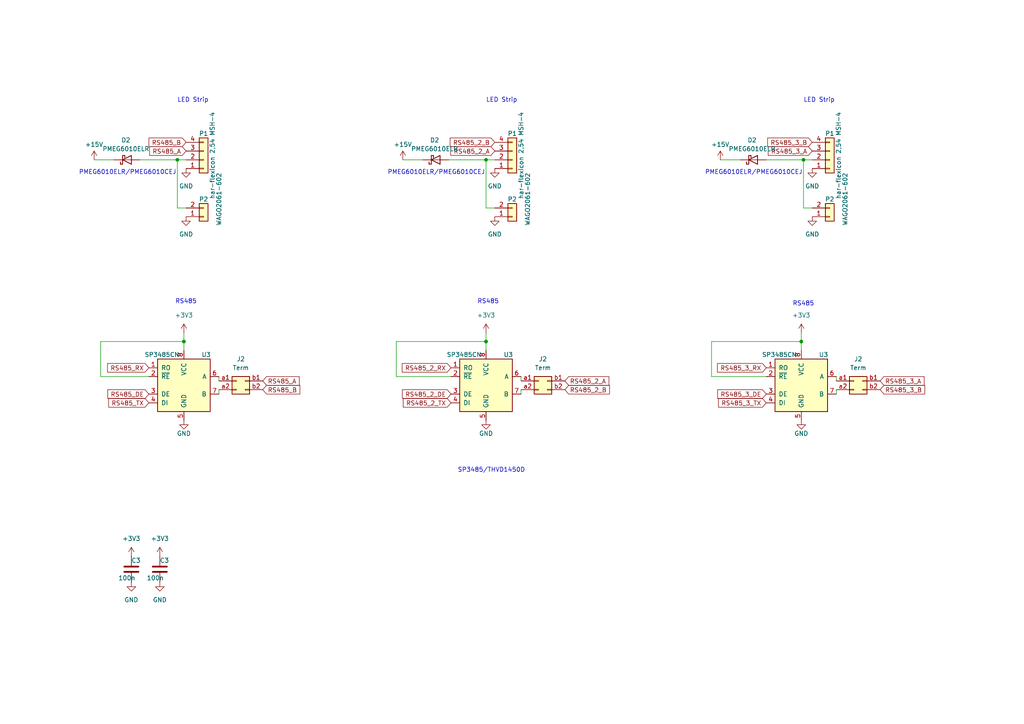
<source format=kicad_sch>
(kicad_sch (version 20230121) (generator eeschema)
  (paper "A4")
  (lib_symbols
    (symbol "Connector_Generic:Conn_01x02" (pin_names (offset 1.016) hide)
      (property "Reference" "J" (at 0 2.54 0))
      (property "Value" "Conn_01x02" (at 0 -5.08 0))
      (symbol "Conn_01x02_1_1"
        (rectangle (start -1.27 -2.413) (end 0 -2.667) (stroke (width 0.1524)))
        (rectangle (start -1.27 0.127) (end 0 -0.127) (stroke (width 0.1524)))
        (rectangle (start -1.27 1.27) (end 1.27 -3.81) (stroke (width 0.254)) (fill (type background)))
        (pin passive line (at -5.08 0 0) (length 3.81) (name "Pin_1") (number "1"))
        (pin passive line (at -5.08 -2.54 0) (length 3.81) (name "Pin_2") (number "2"))
      )
    )
    (symbol "Connector_Generic:Conn_01x04" (pin_names (offset 1.016) hide)
      (property "Reference" "J" (at 0 5.08 0))
      (property "Value" "Conn_01x04" (at 0 -7.62 0))
      (symbol "Conn_01x04_1_1"
        (rectangle (start -1.27 -4.953) (end 0 -5.207) (stroke (width 0.1524)))
        (rectangle (start -1.27 -2.413) (end 0 -2.667) (stroke (width 0.1524)))
        (rectangle (start -1.27 0.127) (end 0 -0.127) (stroke (width 0.1524)))
        (rectangle (start -1.27 2.667) (end 0 2.413) (stroke (width 0.1524)))
        (rectangle (start -1.27 3.81) (end 1.27 -6.35) (stroke (width 0.254)) (fill (type background)))
        (pin passive line (at -5.08 2.54 0) (length 3.81) (name "Pin_1") (number "1"))
        (pin passive line (at -5.08 0 0) (length 3.81) (name "Pin_2") (number "2"))
        (pin passive line (at -5.08 -2.54 0) (length 3.81) (name "Pin_3") (number "3"))
        (pin passive line (at -5.08 -5.08 0) (length 3.81) (name "Pin_4") (number "4"))
      )
    )
    (symbol "Connector_Generic:Conn_02x02_Row_Letter_First" (pin_names (offset 1.016) hide)
      (property "Reference" "J" (at 1.27 2.54 0))
      (property "Value" "Conn_02x02_Row_Letter_First" (at 1.27 -5.08 0))
      (symbol "Conn_02x02_Row_Letter_First_1_1"
        (rectangle (start -1.27 -2.413) (end 0 -2.667) (stroke (width 0.1524)))
        (rectangle (start -1.27 0.127) (end 0 -0.127) (stroke (width 0.1524)))
        (rectangle (start -1.27 1.27) (end 3.81 -3.81) (stroke (width 0.254)) (fill (type background)))
        (rectangle (start 3.81 -2.413) (end 2.54 -2.667) (stroke (width 0.1524)))
        (rectangle (start 3.81 0.127) (end 2.54 -0.127) (stroke (width 0.1524)))
        (pin passive line (at -5.08 0 0) (length 3.81) (name "Pin_a1") (number "a1"))
        (pin passive line (at -5.08 -2.54 0) (length 3.81) (name "Pin_a2") (number "a2"))
        (pin passive line (at 7.62 0 180) (length 3.81) (name "Pin_b1") (number "b1"))
        (pin passive line (at 7.62 -2.54 180) (length 3.81) (name "Pin_b2") (number "b2"))
      )
    )
    (symbol "Device:C" (pin_numbers hide) (pin_names (offset 0.254))
      (property "Reference" "C" (at 0.635 2.54 0))
      (property "Value" "C" (at 0.635 -2.54 0))
      (symbol "C_0_1"
        (polyline (pts (xy -2.032 -0.762) (xy 2.032 -0.762)) (stroke (width 0.508)))
        (polyline (pts (xy -2.032 0.762) (xy 2.032 0.762)) (stroke (width 0.508)))
      )
      (symbol "C_1_1"
        (pin passive line (at 0 3.81 270) (length 2.794) (name "~") (number "1"))
        (pin passive line (at 0 -3.81 90) (length 2.794) (name "~") (number "2"))
      )
    )
    (symbol "Device:D_Schottky" (pin_numbers hide) (pin_names (offset 1.016) hide)
      (property "Reference" "D" (at 0 2.54 0))
      (property "Value" "D_Schottky" (at 0 -2.54 0))
      (symbol "D_Schottky_0_1"
        (polyline (pts (xy 1.27 0) (xy -1.27 0)))
        (polyline (pts (xy 1.27 1.27) (xy 1.27 -1.27) (xy -1.27 0) (xy 1.27 1.27)) (stroke (width 0.254)))
        (polyline (pts (xy -1.905 0.635) (xy -1.905 1.27) (xy -1.27 1.27) (xy -1.27 -1.27) (xy -0.635 -1.27) (xy -0.635 -0.635)) (stroke (width 0.254)))
      )
      (symbol "D_Schottky_1_1"
        (pin passive line (at -3.81 0 0) (length 2.54) (name "K") (number "1"))
        (pin passive line (at 3.81 0 180) (length 2.54) (name "A") (number "2"))
      )
    )
    (symbol "Interface_UART:SP3485CN" (pin_names (offset 1.016))
      (property "Reference" "U" (at -7.62 8.89 0))
      (property "Value" "SP3485CN" (at 2.54 8.89 0))
      (symbol "SP3485CN_0_1"
        (rectangle (start -7.62 7.62) (end 7.62 -7.62) (stroke (width 0.254)) (fill (type background)))
      )
      (symbol "SP3485CN_1_1"
        (pin output line (at -10.16 5.08 0) (length 2.54) (name "RO") (number "1"))
        (pin input line (at -10.16 2.54 0) (length 2.54) (name "~{RE}") (number "2"))
        (pin input line (at -10.16 -2.54 0) (length 2.54) (name "DE") (number "3"))
        (pin input line (at -10.16 -5.08 0) (length 2.54) (name "DI") (number "4"))
        (pin power_in line (at 0 -10.16 90) (length 2.54) (name "GND") (number "5"))
        (pin bidirectional line (at 10.16 2.54 180) (length 2.54) (name "A") (number "6"))
        (pin bidirectional line (at 10.16 -2.54 180) (length 2.54) (name "B") (number "7"))
        (pin power_in line (at 0 10.16 270) (length 2.54) (name "VCC") (number "8"))
      )
    )
    (symbol "power:+15V" (power) (pin_names (offset 0))
      (property "Value" "+15V" (at 0 3.556 0))
      (symbol "+15V_0_1"
        (polyline (pts (xy -0.762 1.27) (xy 0 2.54)))
        (polyline (pts (xy 0 0) (xy 0 2.54)))
        (polyline (pts (xy 0 2.54) (xy 0.762 1.27)))
      )
      (symbol "+15V_1_1"
        (pin power_in line (at 0 0 90) (length 0) hide (name "+15V") (number "1"))
      )
    )
    (symbol "power:+3V3" (power) (pin_names (offset 0))
      (property "Value" "+3V3" (at 0 3.556 0))
      (symbol "+3V3_0_1"
        (polyline (pts (xy -0.762 1.27) (xy 0 2.54)))
        (polyline (pts (xy 0 0) (xy 0 2.54)))
        (polyline (pts (xy 0 2.54) (xy 0.762 1.27)))
      )
      (symbol "+3V3_1_1"
        (pin power_in line (at 0 0 90) (length 0) hide (name "+3V3") (number "1"))
      )
    )
    (symbol "power:GND" (power) (pin_names (offset 0))
      (property "Value" "GND" (at 0 -3.81 0))
      (symbol "GND_0_1"
        (polyline (pts (xy 0 0) (xy 0 -1.27) (xy 1.27 -1.27) (xy 0 -2.54) (xy -1.27 -1.27) (xy 0 -1.27)))
      )
      (symbol "GND_1_1"
        (pin power_in line (at 0 0 270) (length 0) hide (name "GND") (number "1"))
      )
    )
  )
  (junction (at 140.97 46.355))
  (junction (at 140.97 99.06))
  (junction (at 233.045 46.355))
  (junction (at 232.41 99.06))
  (junction (at 51.435 46.355))
  (junction (at 53.34 99.06))
  (wire (pts (xy 235.585 60.325) (xy 233.045 60.325)))
  (wire (pts (xy 140.97 46.355) (xy 143.51 46.355)))
  (wire (pts (xy 51.435 60.325) (xy 51.435 46.355)))
  (wire (pts (xy 208.915 46.355) (xy 214.63 46.355)))
  (wire (pts (xy 143.51 60.325) (xy 140.97 60.325)))
  (wire (pts (xy 114.935 99.06) (xy 114.935 109.22)))
  (wire (pts (xy 151.13 113.03) (xy 151.13 114.3)))
  (wire (pts (xy 232.41 99.06) (xy 232.41 101.6)))
  (wire (pts (xy 51.435 46.355) (xy 53.975 46.355)))
  (wire (pts (xy 63.5 109.22) (xy 63.5 110.49)))
  (wire (pts (xy 40.64 46.355) (xy 51.435 46.355)))
  (wire (pts (xy 233.045 60.325) (xy 233.045 46.355)))
  (wire (pts (xy 140.97 96.52) (xy 140.97 99.06)))
  (wire (pts (xy 222.25 46.355) (xy 233.045 46.355)))
  (wire (pts (xy 29.21 99.06) (xy 53.34 99.06)))
  (wire (pts (xy 206.375 99.06) (xy 206.375 109.22)))
  (wire (pts (xy 233.045 46.355) (xy 235.585 46.355)))
  (wire (pts (xy 232.41 99.06) (xy 206.375 99.06)))
  (wire (pts (xy 53.975 60.325) (xy 51.435 60.325)))
  (wire (pts (xy 116.84 46.355) (xy 122.555 46.355)))
  (wire (pts (xy 43.18 109.22) (xy 29.21 109.22)))
  (wire (pts (xy 140.97 99.06) (xy 140.97 101.6)))
  (wire (pts (xy 130.175 46.355) (xy 140.97 46.355)))
  (wire (pts (xy 232.41 96.52) (xy 232.41 99.06)))
  (wire (pts (xy 63.5 114.3) (xy 63.5 113.03)))
  (wire (pts (xy 151.13 109.22) (xy 151.13 110.49)))
  (wire (pts (xy 53.34 99.06) (xy 53.34 101.6)))
  (wire (pts (xy 206.375 109.22) (xy 222.25 109.22)))
  (wire (pts (xy 29.21 99.06) (xy 29.21 109.22)))
  (wire (pts (xy 114.935 109.22) (xy 130.81 109.22)))
  (wire (pts (xy 242.57 113.03) (xy 242.57 114.3)))
  (wire (pts (xy 53.34 96.52) (xy 53.34 99.06)))
  (wire (pts (xy 27.305 46.355) (xy 33.02 46.355)))
  (wire (pts (xy 242.57 109.22) (xy 242.57 110.49)))
  (wire (pts (xy 140.97 60.325) (xy 140.97 46.355)))
  (wire (pts (xy 140.97 99.06) (xy 114.935 99.06)))
  (text "LED Strip" (at 233.045 29.845 0) (effects (font (size 1.27 1.27)) (justify left bottom)))
  (text "PMEG6010ELR/PMEG6010CEJ " (at 112.395 50.8 0) (effects (font (size 1.27 1.27)) (justify left bottom)))
  (text "LED Strip" (at 51.435 29.845 0) (effects (font (size 1.27 1.27)) (justify left bottom)))
  (text "SP3485/THVD1450D" (at 132.715 137.16 0) (effects (font (size 1.27 1.27)) (justify left bottom)))
  (text "LED Strip" (at 140.97 29.845 0) (effects (font (size 1.27 1.27)) (justify left bottom)))
  (text "PMEG6010ELR/PMEG6010CEJ " (at 22.86 50.8 0) (effects (font (size 1.27 1.27)) (justify left bottom)))
  (text "RS485" (at 229.87 88.9 0) (effects (font (size 1.27 1.27)) (justify left bottom)))
  (text "RS485" (at 50.8 88.265 0) (effects (font (size 1.27 1.27)) (justify left bottom)))
  (text "PMEG6010ELR/PMEG6010CEJ " (at 204.47 50.8 0) (effects (font (size 1.27 1.27)) (justify left bottom)))
  (text "RS485" (at 138.43 88.265 0) (effects (font (size 1.27 1.27)) (justify left bottom)))
  (global_label "RS485_3_TX" (shape input) (at 222.25 116.84 180) (property "Intersheetrefs" "${INTERSHEET_REFS}" (effects hide)))
  (global_label "RS485_B" (shape input) (at 76.2 113.03 0) (property "Intersheetrefs" "${INTERSHEET_REFS}" (effects hide)))
  (global_label "RS485_2_DE" (shape input) (at 130.81 114.3 180) (property "Intersheetrefs" "${INTERSHEET_REFS}" (effects hide)))
  (global_label "RS485_2_TX" (shape input) (at 130.81 116.84 180) (property "Intersheetrefs" "${INTERSHEET_REFS}" (effects hide)))
  (global_label "RS485_B" (shape input) (at 53.975 41.275 180) (property "Intersheetrefs" "${INTERSHEET_REFS}" (effects hide)))
  (global_label "RS485_2_A" (shape input) (at 143.51 43.815 180) (property "Intersheetrefs" "${INTERSHEET_REFS}" (effects hide)))
  (global_label "RS485_3_DE" (shape input) (at 222.25 114.3 180) (property "Intersheetrefs" "${INTERSHEET_REFS}" (effects hide)))
  (global_label "RS485_3_B" (shape input) (at 255.27 113.03 0) (property "Intersheetrefs" "${INTERSHEET_REFS}" (effects hide)))
  (global_label "RS485_2_B" (shape input) (at 163.83 113.03 0) (property "Intersheetrefs" "${INTERSHEET_REFS}" (effects hide)))
  (global_label "RS485_3_B" (shape input) (at 235.585 41.275 180) (property "Intersheetrefs" "${INTERSHEET_REFS}" (effects hide)))
  (global_label "RS485_3_A" (shape input) (at 235.585 43.815 180) (property "Intersheetrefs" "${INTERSHEET_REFS}" (effects hide)))
  (global_label "RS485_2_B" (shape input) (at 143.51 41.275 180) (property "Intersheetrefs" "${INTERSHEET_REFS}" (effects hide)))
  (global_label "RS485_TX" (shape input) (at 43.18 116.84 180) (property "Intersheetrefs" "${INTERSHEET_REFS}" (effects hide)))
  (global_label "RS485_2_RX" (shape input) (at 130.81 106.68 180) (property "Intersheetrefs" "${INTERSHEET_REFS}" (effects hide)))
  (global_label "RS485_A" (shape input) (at 76.2 110.49 0) (property "Intersheetrefs" "${INTERSHEET_REFS}" (effects hide)))
  (global_label "RS485_3_A" (shape input) (at 255.27 110.49 0) (property "Intersheetrefs" "${INTERSHEET_REFS}" (effects hide)))
  (global_label "RS485_A" (shape input) (at 53.975 43.815 180) (property "Intersheetrefs" "${INTERSHEET_REFS}" (effects hide)))
  (global_label "RS485_2_A" (shape input) (at 163.83 110.49 0) (property "Intersheetrefs" "${INTERSHEET_REFS}" (effects hide)))
  (global_label "RS485_RX" (shape input) (at 43.18 106.68 180) (property "Intersheetrefs" "${INTERSHEET_REFS}" (effects hide)))
  (global_label "RS485_DE" (shape input) (at 43.18 114.3 180) (property "Intersheetrefs" "${INTERSHEET_REFS}" (effects hide)))
  (global_label "RS485_3_RX" (shape input) (at 222.25 106.68 180) (property "Intersheetrefs" "${INTERSHEET_REFS}" (effects hide)))
  (symbol (lib_id "power:GND") (at 235.585 48.895 0) (unit 1)
    (property "Reference" "#PWR010" (effects hide))
    (property "Value" "GND" (at 235.585 53.975 0))
    (instances (project "Display" (path "" (reference "#PWR010") (unit 1))) (project "control" (path "" (reference "#PWR014") (unit 1)) (path "" (reference "#PWR046") (unit 1))))
  )
  (symbol (lib_id "Connector_Generic:Conn_02x02_Row_Letter_First") (at 68.58 110.49 0) (unit 1)
    (property "Reference" "J2" (at 69.85 104.14 0))
    (property "Value" "Term" (at 69.85 106.68 0))
    (property "Footprint" "local:Termination" (effects hide))
    (instances (project "control" (path "" (reference "J2") (unit 1)) (path "" (reference "J4") (unit 1))))
  )
  (symbol (lib_id "Interface_UART:SP3485CN") (at 140.97 111.76 0) (unit 1)
    (property "Reference" "U3" (at 146.05 102.87 0) (effects (justify left)))
    (property "Value" "SP3485CN" (at 129.54 102.87 0) (effects (justify left)))
    (property "Footprint" "local:SP3485" (effects hide))
    (instances (project "control" (path "" (reference "U3") (unit 1)) (path "" (reference "U5") (unit 1))) (project "LedControl" (path "" (reference "U4") (unit 1))))
  )
  (symbol (lib_id "Device:D_Schottky") (at 126.365 46.355 0) (mirror x) (unit 1)
    (property "Reference" "D2" (at 126.0475 40.64 0))
    (property "Value" "PMEG6010ELR" (at 126.0475 43.18 0))
    (property "Footprint" "local:PMEG6010ELR" (effects hide))
    (instances (project "control" (path "" (reference "D2") (unit 1)) (path "" (reference "D5") (unit 1))))
  )
  (symbol (lib_id "power:GND") (at 140.97 121.92 0) (unit 1)
    (property "Reference" "#PWR09" (effects hide))
    (property "Value" "GND" (at 140.97 125.73 0))
    (instances (project "control" (path "" (reference "#PWR09") (unit 1)) (path "" (reference "#PWR038") (unit 1))) (project "LedControl" (path "" (reference "#PWR01") (unit 1))))
  )
  (symbol (lib_id "Connector_Generic:Conn_02x02_Row_Letter_First") (at 156.21 110.49 0) (unit 1)
    (property "Reference" "J2" (at 157.48 104.14 0))
    (property "Value" "Term" (at 157.48 106.68 0))
    (property "Footprint" "local:Termination" (effects hide))
    (instances (project "control" (path "" (reference "J2") (unit 1)) (path "" (reference "J5") (unit 1))))
  )
  (symbol (lib_id "Device:C") (at 46.355 165.1 0) (unit 1)
    (property "Reference" "C3" (at 46.355 162.56 0) (effects (justify left)))
    (property "Value" "100n" (at 42.545 167.64 0) (effects (justify left)))
    (property "Footprint" "Capacitor_SMD:C_0603_1608Metric" (effects hide))
    (instances (project "control" (path "" (reference "C3") (unit 1))) (project "Display" (path "" (reference "C2") (unit 1))) (project "control" (path "" (reference "C12") (unit 1)) (path "" (reference "C14") (unit 1))))
  )
  (symbol (lib_id "Connector_Generic:Conn_02x02_Row_Letter_First") (at 247.65 110.49 0) (unit 1)
    (property "Reference" "J2" (at 248.92 104.14 0))
    (property "Value" "Term" (at 248.92 106.68 0))
    (property "Footprint" "local:Termination" (effects hide))
    (instances (project "control" (path "" (reference "J2") (unit 1)) (path "" (reference "J6") (unit 1))))
  )
  (symbol (lib_id "power:GND") (at 143.51 48.895 0) (unit 1)
    (property "Reference" "#PWR010" (effects hide))
    (property "Value" "GND" (at 143.51 53.975 0))
    (instances (project "Display" (path "" (reference "#PWR010") (unit 1))) (project "control" (path "" (reference "#PWR014") (unit 1)) (path "" (reference "#PWR014") (unit 1))))
  )
  (symbol (lib_id "power:+3V3") (at 232.41 96.52 0) (unit 1)
    (property "Reference" "#PWR02" (effects hide))
    (property "Value" "+3V3" (at 232.41 91.44 0))
    (instances (project "Display" (path "" (reference "#PWR02") (unit 1))) (project "control" (path "" (reference "#PWR010") (unit 1)) (path "" (reference "#PWR040") (unit 1))))
  )
  (symbol (lib_id "Device:C") (at 38.1 165.1 0) (unit 1)
    (property "Reference" "C3" (at 38.1 162.56 0) (effects (justify left)))
    (property "Value" "100n" (at 34.29 167.64 0) (effects (justify left)))
    (property "Footprint" "Capacitor_SMD:C_0603_1608Metric" (effects hide))
    (instances (project "control" (path "" (reference "C3") (unit 1))) (project "Display" (path "" (reference "C2") (unit 1))) (project "control" (path "" (reference "C12") (unit 1)) (path "" (reference "C13") (unit 1))))
  )
  (symbol (lib_id "Connector_Generic:Conn_01x02") (at 240.665 62.865 0) (mirror x) (unit 1)
    (property "Reference" "P2" (at 240.665 57.785 0))
    (property "Value" "WAGO2061-602" (at 245.11 57.785 90))
    (property "Footprint" "local:WAGO2061-602" (effects hide))
    (instances (project "control" (path "" (reference "P2") (unit 1)) (path "" (reference "P9") (unit 1))))
  )
  (symbol (lib_id "power:GND") (at 53.975 62.865 0) (unit 1)
    (property "Reference" "#PWR010" (effects hide))
    (property "Value" "GND" (at 53.975 67.945 0))
    (instances (project "Display" (path "" (reference "#PWR010") (unit 1))) (project "control" (path "" (reference "#PWR035") (unit 1)) (path "" (reference "#PWR044") (unit 1))))
  )
  (symbol (lib_id "power:GND") (at 232.41 121.92 0) (unit 1)
    (property "Reference" "#PWR09" (effects hide))
    (property "Value" "GND" (at 232.41 125.73 0))
    (instances (project "control" (path "" (reference "#PWR09") (unit 1)) (path "" (reference "#PWR041") (unit 1))) (project "LedControl" (path "" (reference "#PWR01") (unit 1))))
  )
  (symbol (lib_id "Connector_Generic:Conn_01x04") (at 59.055 46.355 0) (mirror x) (unit 1)
    (property "Reference" "P1" (at 59.055 38.735 0))
    (property "Value" "har-flexicon 2,54 MSH-4" (at 61.595 45.085 90))
    (property "Footprint" "local:Harting14110413002000" (effects hide))
    (instances (project "control" (path "" (reference "P1") (unit 1)) (path "" (reference "P4") (unit 1))) (project "LedControl" (path "" (reference "P8") (unit 1))))
  )
  (symbol (lib_id "power:+3V3") (at 53.34 96.52 0) (unit 1)
    (property "Reference" "#PWR02" (effects hide))
    (property "Value" "+3V3" (at 53.34 91.44 0))
    (instances (project "Display" (path "" (reference "#PWR02") (unit 1))) (project "control" (path "" (reference "#PWR010") (unit 1)) (path "" (reference "#PWR036") (unit 1))))
  )
  (symbol (lib_id "power:+3V3") (at 140.97 96.52 0) (unit 1)
    (property "Reference" "#PWR02" (effects hide))
    (property "Value" "+3V3" (at 140.97 91.44 0))
    (instances (project "Display" (path "" (reference "#PWR02") (unit 1))) (project "control" (path "" (reference "#PWR010") (unit 1)) (path "" (reference "#PWR039") (unit 1))))
  )
  (symbol (lib_id "power:+15V") (at 116.84 46.355 0) (unit 1)
    (property "Reference" "#PWR02" (effects hide))
    (property "Value" "+15V" (at 116.84 41.91 0))
  )
  (symbol (lib_id "power:+15V") (at 27.305 46.355 0) (unit 1)
    (property "Reference" "#PWR02" (effects hide))
    (property "Value" "+15V" (at 27.305 41.91 0))
    (instances (project "control" (path "" (reference "#PWR02") (unit 1)) (path "" (reference "#PWR042") (unit 1))))
  )
  (symbol (lib_id "power:GND") (at 143.51 62.865 0) (unit 1)
    (property "Reference" "#PWR010" (effects hide))
    (property "Value" "GND" (at 143.51 67.945 0))
    (instances (project "Display" (path "" (reference "#PWR010") (unit 1))) (project "control" (path "" (reference "#PWR035") (unit 1)) (path "" (reference "#PWR035") (unit 1))))
  )
  (symbol (lib_id "Device:D_Schottky") (at 36.83 46.355 0) (mirror x) (unit 1)
    (property "Reference" "D2" (at 36.5125 40.64 0))
    (property "Value" "PMEG6010ELR" (at 36.5125 43.18 0))
    (property "Footprint" "local:PMEG6010ELR" (effects hide))
    (instances (project "control" (path "" (reference "D2") (unit 1)) (path "" (reference "D4") (unit 1))))
  )
  (symbol (lib_id "Interface_UART:SP3485CN") (at 53.34 111.76 0) (unit 1)
    (property "Reference" "U3" (at 58.42 102.87 0) (effects (justify left)))
    (property "Value" "SP3485CN" (at 41.91 102.87 0) (effects (justify left)))
    (property "Footprint" "local:SP3485" (effects hide))
    (instances (project "control" (path "" (reference "U3") (unit 1)) (path "" (reference "U4") (unit 1))) (project "LedControl" (path "" (reference "U4") (unit 1))))
  )
  (symbol (lib_id "Device:D_Schottky") (at 218.44 46.355 0) (mirror x) (unit 1)
    (property "Reference" "D2" (at 218.1225 40.64 0))
    (property "Value" "PMEG6010ELR" (at 218.1225 43.18 0))
    (property "Footprint" "local:PMEG6010ELR" (effects hide))
    (instances (project "control" (path "" (reference "D2") (unit 1)) (path "" (reference "D6") (unit 1))))
  )
  (symbol (lib_id "Connector_Generic:Conn_01x04") (at 240.665 46.355 0) (mirror x) (unit 1)
    (property "Reference" "P1" (at 240.665 38.735 0))
    (property "Value" "har-flexicon 2,54 MSH-4" (at 243.205 45.085 90))
    (property "Footprint" "local:Harting14110413002000" (effects hide))
    (instances (project "control" (path "" (reference "P1") (unit 1)) (path "" (reference "P6") (unit 1))) (project "LedControl" (path "" (reference "P8") (unit 1))))
  )
  (symbol (lib_id "Connector_Generic:Conn_01x02") (at 148.59 62.865 0) (mirror x) (unit 1)
    (property "Reference" "P2" (at 148.59 57.785 0))
    (property "Value" "WAGO2061-602" (at 153.035 57.785 90))
    (property "Footprint" "local:WAGO2061-602" (effects hide))
    (instances (project "control" (path "" (reference "P2") (unit 1)) (path "" (reference "P8") (unit 1))))
  )
  (symbol (lib_id "Interface_UART:SP3485CN") (at 232.41 111.76 0) (unit 1)
    (property "Reference" "U3" (at 237.49 102.87 0) (effects (justify left)))
    (property "Value" "SP3485CN" (at 220.98 102.87 0) (effects (justify left)))
    (property "Footprint" "local:SP3485" (effects hide))
    (instances (project "control" (path "" (reference "U3") (unit 1)) (path "" (reference "U6") (unit 1))) (project "LedControl" (path "" (reference "U4") (unit 1))))
  )
  (symbol (lib_id "Connector_Generic:Conn_01x04") (at 148.59 46.355 0) (mirror x) (unit 1)
    (property "Reference" "P1" (at 148.59 38.735 0))
    (property "Value" "har-flexicon 2,54 MSH-4" (at 151.13 45.085 90))
    (property "Footprint" "local:Harting14110413002000" (effects hide))
    (instances (project "control" (path "" (reference "P1") (unit 1)) (path "" (reference "P5") (unit 1))) (project "LedControl" (path "" (reference "P8") (unit 1))))
  )
  (symbol (lib_id "Connector_Generic:Conn_01x02") (at 59.055 62.865 0) (mirror x) (unit 1)
    (property "Reference" "P2" (at 59.055 57.785 0))
    (property "Value" "WAGO2061-602" (at 63.5 57.785 90))
    (property "Footprint" "local:WAGO2061-602" (effects hide))
    (instances (project "control" (path "" (reference "P2") (unit 1)) (path "" (reference "P7") (unit 1))))
  )
  (symbol (lib_id "power:+3V3") (at 46.355 161.29 0) (unit 1)
    (property "Reference" "#PWR09" (effects hide))
    (property "Value" "+3V3" (at 46.355 156.21 0))
    (instances (project "Display" (path "" (reference "#PWR09") (unit 1))) (project "control" (path "" (reference "#PWR032") (unit 1)) (path "" (reference "#PWR048") (unit 1))))
  )
  (symbol (lib_id "power:GND") (at 46.355 168.91 0) (unit 1)
    (property "Reference" "#PWR010" (effects hide))
    (property "Value" "GND" (at 46.355 173.99 0))
    (instances (project "Display" (path "" (reference "#PWR010") (unit 1))) (project "control" (path "" (reference "#PWR033") (unit 1)) (path "" (reference "#PWR049") (unit 1))))
  )
  (symbol (lib_id "power:+3V3") (at 38.1 161.29 0) (unit 1)
    (property "Reference" "#PWR09" (effects hide))
    (property "Value" "+3V3" (at 38.1 156.21 0))
    (instances (project "Display" (path "" (reference "#PWR09") (unit 1))) (project "control" (path "" (reference "#PWR032") (unit 1)) (path "" (reference "#PWR09") (unit 1))))
  )
  (symbol (lib_id "power:GND") (at 38.1 168.91 0) (unit 1)
    (property "Reference" "#PWR010" (effects hide))
    (property "Value" "GND" (at 38.1 173.99 0))
    (instances (project "Display" (path "" (reference "#PWR010") (unit 1))) (project "control" (path "" (reference "#PWR033") (unit 1)) (path "" (reference "#PWR010") (unit 1))))
  )
  (symbol (lib_id "power:GND") (at 53.975 48.895 0) (unit 1)
    (property "Reference" "#PWR010" (effects hide))
    (property "Value" "GND" (at 53.975 53.975 0))
    (instances (project "Display" (path "" (reference "#PWR010") (unit 1))) (project "control" (path "" (reference "#PWR014") (unit 1)) (path "" (reference "#PWR043") (unit 1))))
  )
  (symbol (lib_id "power:GND") (at 53.34 121.92 0) (unit 1)
    (property "Reference" "#PWR09" (effects hide))
    (property "Value" "GND" (at 53.34 125.73 0))
    (instances (project "control" (path "" (reference "#PWR09") (unit 1)) (path "" (reference "#PWR037") (unit 1))) (project "LedControl" (path "" (reference "#PWR01") (unit 1))))
  )
  (symbol (lib_id "power:+15V") (at 208.915 46.355 0) (unit 1)
    (property "Reference" "#PWR02" (effects hide))
    (property "Value" "+15V" (at 208.915 41.91 0))
    (instances (project "control" (path "" (reference "#PWR02") (unit 1)) (path "" (reference "#PWR045") (unit 1))))
  )
  (symbol (lib_id "power:GND") (at 235.585 62.865 0) (unit 1)
    (property "Reference" "#PWR010" (effects hide))
    (property "Value" "GND" (at 235.585 67.945 0))
    (instances (project "Display" (path "" (reference "#PWR010") (unit 1))) (project "control" (path "" (reference "#PWR035") (unit 1)) (path "" (reference "#PWR047") (unit 1))))
  )
)
</source>
